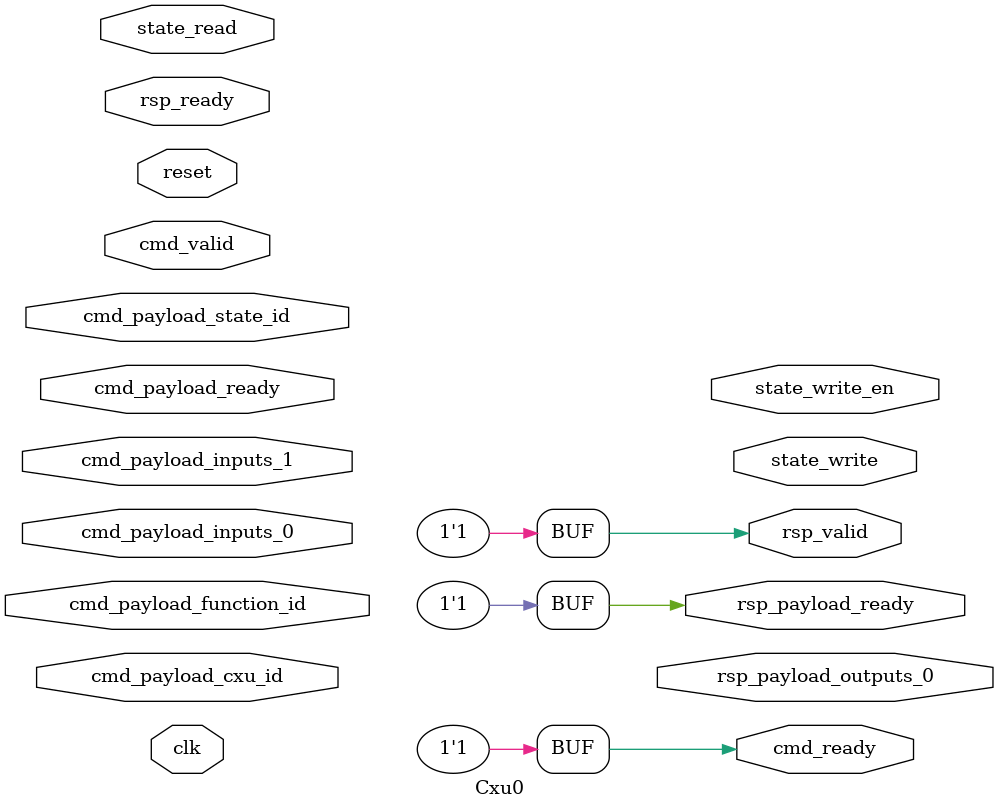
<source format=v>
module Cxu0 (
  input               cmd_valid,
  output              cmd_ready,
  input      [2:0]    cmd_payload_function_id,
  input      [31:0]   cmd_payload_inputs_0,
  input      [31:0]   cmd_payload_inputs_1,
  input      [2:0]    cmd_payload_state_id,
  input      [3:0]    cmd_payload_cxu_id,
  input               cmd_payload_ready,
  output              rsp_valid,
  input               rsp_ready,
  output     [31:0]   rsp_payload_outputs_0,
  output              rsp_payload_ready,
  input      [2047:0] state_read,
  output     [2047:0] state_write,
  output              state_write_en,
  input               clk,
  input               reset
);

  assign rsp_valid = 1;
  assign cmd_ready = 1;
  assign rsp_payload_ready = 1;

  wire do_increment =
        (cmd_payload_inputs_0 == 32'd10) &&
        (cmd_payload_inputs_1 == 32'd10);

  // Condition
  wire do_increment =
      (cmd_payload_inputs_0 == 32'd10) &&
      (cmd_payload_inputs_1 == 32'd10);

  // Byte-wise increment result
  wire [2047:0] incremented_state;

  genvar i;
  generate
    for (i = 0; i < 256; i = i + 1) begin : BYTE_INC
      assign incremented_state[i*8 +: 8] =
          state_read[i*8 +: 8] + 8'd1;
    end
  endgenerate
endmodule

</source>
